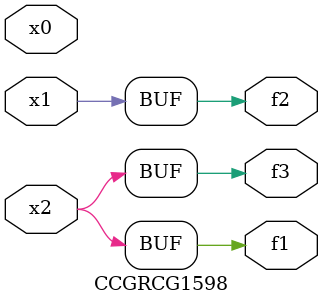
<source format=v>
module CCGRCG1598(
	input x0, x1, x2,
	output f1, f2, f3
);
	assign f1 = x2;
	assign f2 = x1;
	assign f3 = x2;
endmodule

</source>
